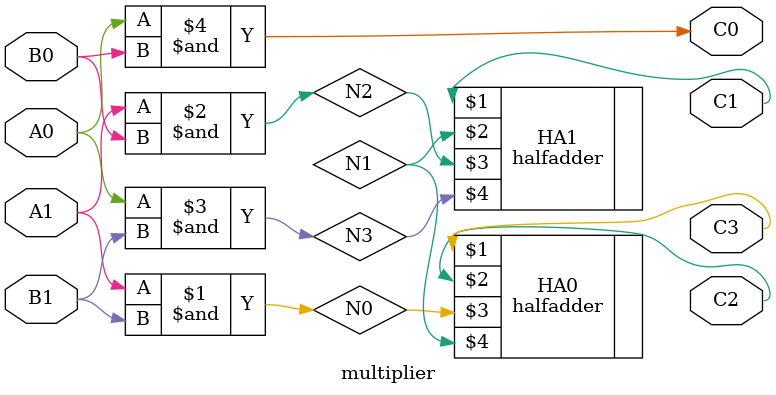
<source format=v>
module multiplier(A0, A1, B0, B1, C0, C1, C2, C3);
   input A0, A1, B0, B1;
   output C0, C1, C2, C3;
  wire N0, N1, N2, N3;
  halfadder    HA0 (C3,C2,N0,N1); 
  halfadder    HA1 (C1,N1,N2,N3);
  and A0(N0, A1, B1);
  and A1(N2, A1, B0);
  and A2(N3, A0, B1);
  and A3(C0, A0, B0);
endmodule

</source>
